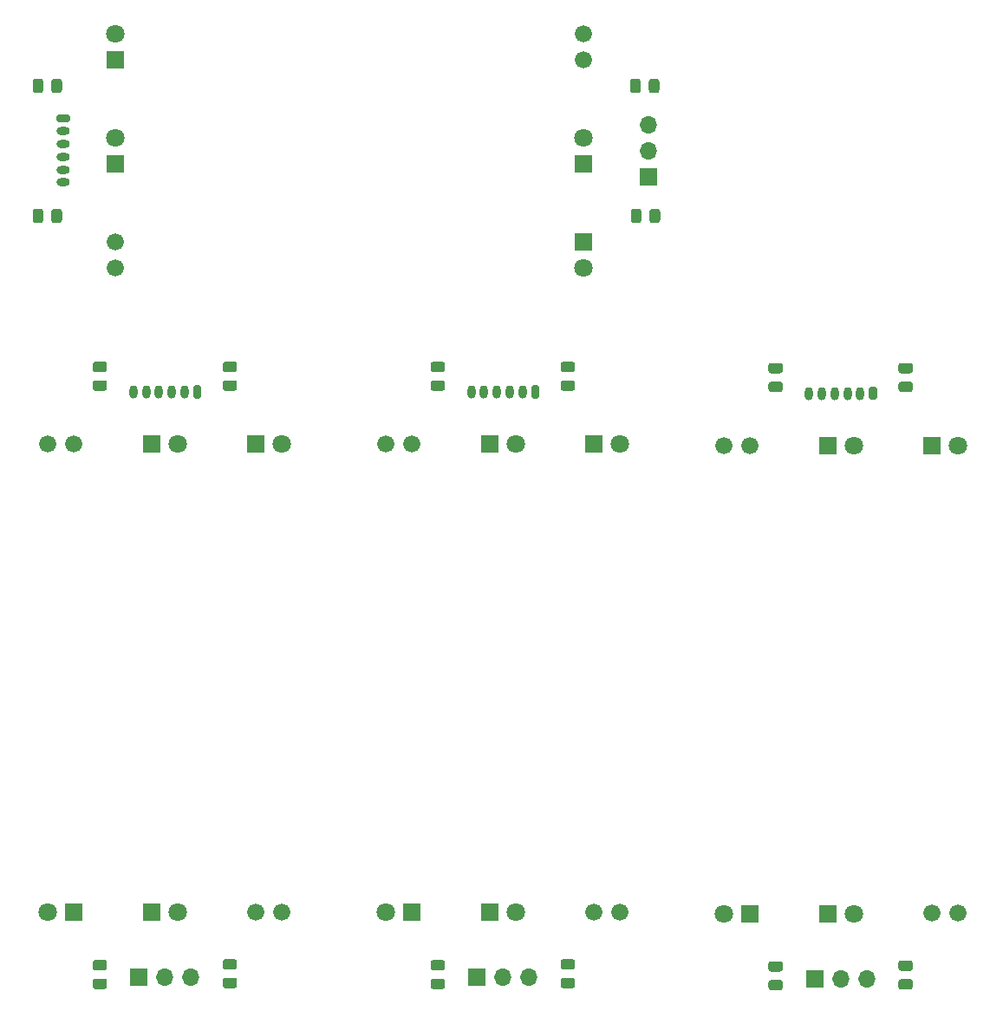
<source format=gts>
%MOIN*%
%OFA0B0*%
%FSLAX46Y46*%
%IPPOS*%
%LPD*%
%ADD10O,0.031496062992125991X0.051181102362204731*%
%ADD11R,0.066929133858267723X0.066929133858267723*%
%ADD12O,0.066929133858267723X0.066929133858267723*%
%ADD13C,0.066*%
%ADD14R,0.070866141732283464X0.070866141732283464*%
%ADD15C,0.070866141732283464*%
%ADD26O,0.051181102362204731X0.031496062992125991*%
%ADD27R,0.066929133858267723X0.066929133858267723*%
%ADD28O,0.066929133858267723X0.066929133858267723*%
%ADD29C,0.066*%
%ADD30R,0.070866141732283464X0.070866141732283464*%
%ADD31C,0.070866141732283464*%
%ADD32O,0.031496062992125991X0.051181102362204731*%
%ADD33R,0.066929133858267723X0.066929133858267723*%
%ADD34O,0.066929133858267723X0.066929133858267723*%
%ADD35C,0.066*%
%ADD36R,0.070866141732283464X0.070866141732283464*%
%ADD37C,0.070866141732283464*%
%ADD38O,0.031496062992125991X0.051181102362204731*%
%ADD39R,0.066929133858267723X0.066929133858267723*%
%ADD40O,0.066929133858267723X0.066929133858267723*%
%ADD41C,0.066*%
%ADD42R,0.070866141732283464X0.070866141732283464*%
%ADD43C,0.070866141732283464*%
G01*
G36*
G01*
X0000867716Y0000129822D02*
X0000832283Y0000129822D01*
G75*
G02*
X0000822440Y0000139665J0000009842D01*
G01*
X0000822440Y0000160334D01*
G75*
G02*
X0000832283Y0000170177I0000009842D01*
G01*
X0000867716Y0000170177D01*
G75*
G02*
X0000877559Y0000160334J-0000009842D01*
G01*
X0000877559Y0000139665D01*
G75*
G02*
X0000867716Y0000129822I-0000009842D01*
G01*
G37*
G36*
G01*
X0000867716Y0000057972D02*
X0000832283Y0000057972D01*
G75*
G02*
X0000822440Y0000067814J0000009842D01*
G01*
X0000822440Y0000088484D01*
G75*
G02*
X0000832283Y0000098326I0000009842D01*
G01*
X0000867716Y0000098326D01*
G75*
G02*
X0000877559Y0000088484J-0000009842D01*
G01*
X0000877559Y0000067814D01*
G75*
G02*
X0000867716Y0000057972I-0000009842D01*
G01*
G37*
G36*
G01*
X0000740748Y0002367716D02*
X0000740748Y0002332283D01*
G75*
G02*
X0000732874Y0002324409I-0000007874D01*
G01*
X0000717125Y0002324409D01*
G75*
G02*
X0000709251Y0002332283J0000007874D01*
G01*
X0000709251Y0002367716D01*
G75*
G02*
X0000717125Y0002375590I0000007874D01*
G01*
X0000732874Y0002375590D01*
G75*
G02*
X0000740748Y0002367716J-0000007874D01*
G01*
G37*
D10*
X0000675787Y0002350000D03*
X0000626574Y0002350000D03*
X0000577362Y0002350000D03*
X0000528149Y0002350000D03*
X0000478937Y0002350000D03*
D11*
X0000500000Y0000099999D03*
D12*
X0000600000Y0000099999D03*
X0000700000Y0000099999D03*
D13*
X0001049999Y0000350787D03*
X0000950000Y0000350787D03*
X0000150000Y0002149999D03*
X0000250000Y0002149999D03*
D14*
X0000950000Y0002149999D03*
D15*
X0001049999Y0002149999D03*
D14*
X0000250000Y0000349999D03*
D15*
X0000150000Y0000349999D03*
D14*
X0000549999Y0002149999D03*
D15*
X0000650000Y0002149999D03*
D14*
X0000549999Y0000349999D03*
D15*
X0000650000Y0000349999D03*
G36*
G01*
X0000867716Y0002354822D02*
X0000832283Y0002354822D01*
G75*
G02*
X0000822440Y0002364665J0000009842D01*
G01*
X0000822440Y0002385334D01*
G75*
G02*
X0000832283Y0002395177I0000009842D01*
G01*
X0000867716Y0002395177D01*
G75*
G02*
X0000877559Y0002385334J-0000009842D01*
G01*
X0000877559Y0002364665D01*
G75*
G02*
X0000867716Y0002354822I-0000009842D01*
G01*
G37*
G36*
G01*
X0000867716Y0002426673D02*
X0000832283Y0002426673D01*
G75*
G02*
X0000822440Y0002436515J0000009842D01*
G01*
X0000822440Y0002457185D01*
G75*
G02*
X0000832283Y0002467027I0000009842D01*
G01*
X0000867716Y0002467027D01*
G75*
G02*
X0000877559Y0002457185J-0000009842D01*
G01*
X0000877559Y0002436515D01*
G75*
G02*
X0000867716Y0002426673I-0000009842D01*
G01*
G37*
G36*
G01*
X0000332283Y0000095177D02*
X0000367716Y0000095177D01*
G75*
G02*
X0000377559Y0000085334J-0000009842D01*
G01*
X0000377559Y0000064665D01*
G75*
G02*
X0000367716Y0000054822I-0000009842D01*
G01*
X0000332283Y0000054822D01*
G75*
G02*
X0000322440Y0000064665J0000009842D01*
G01*
X0000322440Y0000085334D01*
G75*
G02*
X0000332283Y0000095177I0000009842D01*
G01*
G37*
G36*
G01*
X0000332283Y0000167027D02*
X0000367716Y0000167027D01*
G75*
G02*
X0000377559Y0000157185J-0000009842D01*
G01*
X0000377559Y0000136515D01*
G75*
G02*
X0000367716Y0000126673I-0000009842D01*
G01*
X0000332283Y0000126673D01*
G75*
G02*
X0000322440Y0000136515J0000009842D01*
G01*
X0000322440Y0000157185D01*
G75*
G02*
X0000332283Y0000167027I0000009842D01*
G01*
G37*
G36*
G01*
X0000367716Y0002354822D02*
X0000332283Y0002354822D01*
G75*
G02*
X0000322440Y0002364665J0000009842D01*
G01*
X0000322440Y0002385334D01*
G75*
G02*
X0000332283Y0002395177I0000009842D01*
G01*
X0000367716Y0002395177D01*
G75*
G02*
X0000377559Y0002385334J-0000009842D01*
G01*
X0000377559Y0002364665D01*
G75*
G02*
X0000367716Y0002354822I-0000009842D01*
G01*
G37*
G36*
G01*
X0000367716Y0002426673D02*
X0000332283Y0002426673D01*
G75*
G02*
X0000322440Y0002436515J0000009842D01*
G01*
X0000322440Y0002457185D01*
G75*
G02*
X0000332283Y0002467027I0000009842D01*
G01*
X0000367716Y0002467027D01*
G75*
G02*
X0000377559Y0002457185J-0000009842D01*
G01*
X0000377559Y0002436515D01*
G75*
G02*
X0000367716Y0002426673I-0000009842D01*
G01*
G37*
G04 next file*
G04 Gerber Fmt 4.6, Leading zero omitted, Abs format (unit mm)*
G04 Created by KiCad (PCBNEW (5.1.10)-1) date 2021-09-22 20:24:30*
G01*
G04 APERTURE LIST*
G04 APERTURE END LIST*
G36*
G01*
X0002429232Y0003544881D02*
X0002429232Y0003509448D01*
G75*
G02*
X0002419389Y0003499606I-0000009842D01*
G01*
X0002398720Y0003499606D01*
G75*
G02*
X0002388878Y0003509448J0000009842D01*
G01*
X0002388878Y0003544881D01*
G75*
G02*
X0002398720Y0003554724I0000009842D01*
G01*
X0002419389Y0003554724D01*
G75*
G02*
X0002429232Y0003544881J-0000009842D01*
G01*
G37*
G36*
G01*
X0002501082Y0003544881D02*
X0002501082Y0003509448D01*
G75*
G02*
X0002491240Y0003499606I-0000009842D01*
G01*
X0002470570Y0003499606D01*
G75*
G02*
X0002460728Y0003509448J0000009842D01*
G01*
X0002460728Y0003544881D01*
G75*
G02*
X0002470570Y0003554724I0000009842D01*
G01*
X0002491240Y0003554724D01*
G75*
G02*
X0002501082Y0003544881J-0000009842D01*
G01*
G37*
G36*
G01*
X0000191338Y0003417913D02*
X0000226771Y0003417913D01*
G75*
G02*
X0000234645Y0003410039J-0000007874D01*
G01*
X0000234645Y0003394291D01*
G75*
G02*
X0000226771Y0003386417I-0000007874D01*
G01*
X0000191338Y0003386417D01*
G75*
G02*
X0000183464Y0003394291J0000007874D01*
G01*
X0000183464Y0003410039D01*
G75*
G02*
X0000191338Y0003417913I0000007874D01*
G01*
G37*
D26*
X0000209055Y0003352952D03*
X0000209055Y0003303740D03*
X0000209055Y0003254527D03*
X0000209055Y0003205314D03*
X0000209055Y0003156102D03*
D27*
X0002459055Y0003177165D03*
D28*
X0002459055Y0003277165D03*
X0002459055Y0003377165D03*
D29*
X0002208267Y0003727165D03*
X0002208267Y0003627165D03*
X0000409055Y0002827165D03*
X0000409055Y0002927165D03*
D30*
X0000409055Y0003627165D03*
D31*
X0000409055Y0003727165D03*
D30*
X0002209055Y0002927165D03*
D31*
X0002209055Y0002827165D03*
D30*
X0000409055Y0003227165D03*
D31*
X0000409055Y0003327165D03*
D30*
X0002209055Y0003227165D03*
D31*
X0002209055Y0003327165D03*
G36*
G01*
X0000204232Y0003544881D02*
X0000204232Y0003509448D01*
G75*
G02*
X0000194389Y0003499606I-0000009842D01*
G01*
X0000173720Y0003499606D01*
G75*
G02*
X0000163878Y0003509448J0000009842D01*
G01*
X0000163878Y0003544881D01*
G75*
G02*
X0000173720Y0003554724I0000009842D01*
G01*
X0000194389Y0003554724D01*
G75*
G02*
X0000204232Y0003544881J-0000009842D01*
G01*
G37*
G36*
G01*
X0000132381Y0003544881D02*
X0000132381Y0003509448D01*
G75*
G02*
X0000122539Y0003499606I-0000009842D01*
G01*
X0000101870Y0003499606D01*
G75*
G02*
X0000092027Y0003509448J0000009842D01*
G01*
X0000092027Y0003544881D01*
G75*
G02*
X0000101870Y0003554724I0000009842D01*
G01*
X0000122539Y0003554724D01*
G75*
G02*
X0000132381Y0003544881J-0000009842D01*
G01*
G37*
G36*
G01*
X0002463878Y0003009448D02*
X0002463878Y0003044881D01*
G75*
G02*
X0002473720Y0003054724I0000009842D01*
G01*
X0002494389Y0003054724D01*
G75*
G02*
X0002504232Y0003044881J-0000009842D01*
G01*
X0002504232Y0003009448D01*
G75*
G02*
X0002494389Y0002999606I-0000009842D01*
G01*
X0002473720Y0002999606D01*
G75*
G02*
X0002463878Y0003009448J0000009842D01*
G01*
G37*
G36*
G01*
X0002392027Y0003009448D02*
X0002392027Y0003044881D01*
G75*
G02*
X0002401870Y0003054724I0000009842D01*
G01*
X0002422539Y0003054724D01*
G75*
G02*
X0002432381Y0003044881J-0000009842D01*
G01*
X0002432381Y0003009448D01*
G75*
G02*
X0002422539Y0002999606I-0000009842D01*
G01*
X0002401870Y0002999606D01*
G75*
G02*
X0002392027Y0003009448J0000009842D01*
G01*
G37*
G36*
G01*
X0000204232Y0003044881D02*
X0000204232Y0003009448D01*
G75*
G02*
X0000194389Y0002999606I-0000009842D01*
G01*
X0000173720Y0002999606D01*
G75*
G02*
X0000163878Y0003009448J0000009842D01*
G01*
X0000163878Y0003044881D01*
G75*
G02*
X0000173720Y0003054724I0000009842D01*
G01*
X0000194389Y0003054724D01*
G75*
G02*
X0000204232Y0003044881J-0000009842D01*
G01*
G37*
G36*
G01*
X0000132381Y0003044881D02*
X0000132381Y0003009448D01*
G75*
G02*
X0000122539Y0002999606I-0000009842D01*
G01*
X0000101870Y0002999606D01*
G75*
G02*
X0000092027Y0003009448J0000009842D01*
G01*
X0000092027Y0003044881D01*
G75*
G02*
X0000101870Y0003054724I0000009842D01*
G01*
X0000122539Y0003054724D01*
G75*
G02*
X0000132381Y0003044881J-0000009842D01*
G01*
G37*
G04 next file*
G04 Gerber Fmt 4.6, Leading zero omitted, Abs format (unit mm)*
G04 Created by KiCad (PCBNEW (5.1.10)-1) date 2021-09-22 20:24:30*
G01*
G04 APERTURE LIST*
G04 APERTURE END LIST*
G36*
G01*
X0003465905Y0000124744D02*
X0003430472Y0000124744D01*
G75*
G02*
X0003420629Y0000134586J0000009842D01*
G01*
X0003420629Y0000155255D01*
G75*
G02*
X0003430472Y0000165098I0000009842D01*
G01*
X0003465905Y0000165098D01*
G75*
G02*
X0003475748Y0000155255J-0000009842D01*
G01*
X0003475748Y0000134586D01*
G75*
G02*
X0003465905Y0000124744I-0000009842D01*
G01*
G37*
G36*
G01*
X0003465905Y0000052893D02*
X0003430472Y0000052893D01*
G75*
G02*
X0003420629Y0000062736J0000009842D01*
G01*
X0003420629Y0000083405D01*
G75*
G02*
X0003430472Y0000093248I0000009842D01*
G01*
X0003465905Y0000093248D01*
G75*
G02*
X0003475748Y0000083405J-0000009842D01*
G01*
X0003475748Y0000062736D01*
G75*
G02*
X0003465905Y0000052893I-0000009842D01*
G01*
G37*
G36*
G01*
X0003338937Y0002362637D02*
X0003338937Y0002327204D01*
G75*
G02*
X0003331062Y0002319330I-0000007874D01*
G01*
X0003315314Y0002319330D01*
G75*
G02*
X0003307440Y0002327204J0000007874D01*
G01*
X0003307440Y0002362637D01*
G75*
G02*
X0003315314Y0002370511I0000007874D01*
G01*
X0003331062Y0002370511D01*
G75*
G02*
X0003338937Y0002362637J-0000007874D01*
G01*
G37*
D32*
X0003273976Y0002344921D03*
X0003224763Y0002344921D03*
X0003175551Y0002344921D03*
X0003126338Y0002344921D03*
X0003077125Y0002344921D03*
D33*
X0003098188Y0000094921D03*
D34*
X0003198188Y0000094921D03*
X0003298188Y0000094921D03*
D35*
X0003648188Y0000345708D03*
X0003548188Y0000345708D03*
X0002748188Y0002144921D03*
X0002848188Y0002144921D03*
D36*
X0003548188Y0002144921D03*
D37*
X0003648188Y0002144921D03*
D36*
X0002848188Y0000344921D03*
D37*
X0002748188Y0000344921D03*
D36*
X0003148188Y0002144921D03*
D37*
X0003248188Y0002144921D03*
D36*
X0003148188Y0000344921D03*
D37*
X0003248188Y0000344921D03*
G36*
G01*
X0003465905Y0002349744D02*
X0003430472Y0002349744D01*
G75*
G02*
X0003420629Y0002359586J0000009842D01*
G01*
X0003420629Y0002380255D01*
G75*
G02*
X0003430472Y0002390098I0000009842D01*
G01*
X0003465905Y0002390098D01*
G75*
G02*
X0003475748Y0002380255J-0000009842D01*
G01*
X0003475748Y0002359586D01*
G75*
G02*
X0003465905Y0002349744I-0000009842D01*
G01*
G37*
G36*
G01*
X0003465905Y0002421594D02*
X0003430472Y0002421594D01*
G75*
G02*
X0003420629Y0002431436J0000009842D01*
G01*
X0003420629Y0002452106D01*
G75*
G02*
X0003430472Y0002461948I0000009842D01*
G01*
X0003465905Y0002461948D01*
G75*
G02*
X0003475748Y0002452106J-0000009842D01*
G01*
X0003475748Y0002431436D01*
G75*
G02*
X0003465905Y0002421594I-0000009842D01*
G01*
G37*
G36*
G01*
X0002930472Y0000090098D02*
X0002965905Y0000090098D01*
G75*
G02*
X0002975748Y0000080255J-0000009842D01*
G01*
X0002975748Y0000059586D01*
G75*
G02*
X0002965905Y0000049744I-0000009842D01*
G01*
X0002930472Y0000049744D01*
G75*
G02*
X0002920629Y0000059586J0000009842D01*
G01*
X0002920629Y0000080255D01*
G75*
G02*
X0002930472Y0000090098I0000009842D01*
G01*
G37*
G36*
G01*
X0002930472Y0000161948D02*
X0002965905Y0000161948D01*
G75*
G02*
X0002975748Y0000152106J-0000009842D01*
G01*
X0002975748Y0000131436D01*
G75*
G02*
X0002965905Y0000121594I-0000009842D01*
G01*
X0002930472Y0000121594D01*
G75*
G02*
X0002920629Y0000131436J0000009842D01*
G01*
X0002920629Y0000152106D01*
G75*
G02*
X0002930472Y0000161948I0000009842D01*
G01*
G37*
G36*
G01*
X0002965905Y0002349744D02*
X0002930472Y0002349744D01*
G75*
G02*
X0002920629Y0002359586J0000009842D01*
G01*
X0002920629Y0002380255D01*
G75*
G02*
X0002930472Y0002390098I0000009842D01*
G01*
X0002965905Y0002390098D01*
G75*
G02*
X0002975748Y0002380255J-0000009842D01*
G01*
X0002975748Y0002359586D01*
G75*
G02*
X0002965905Y0002349744I-0000009842D01*
G01*
G37*
G36*
G01*
X0002965905Y0002421594D02*
X0002930472Y0002421594D01*
G75*
G02*
X0002920629Y0002431436J0000009842D01*
G01*
X0002920629Y0002452106D01*
G75*
G02*
X0002930472Y0002461948I0000009842D01*
G01*
X0002965905Y0002461948D01*
G75*
G02*
X0002975748Y0002452106J-0000009842D01*
G01*
X0002975748Y0002431436D01*
G75*
G02*
X0002965905Y0002421594I-0000009842D01*
G01*
G37*
G04 next file*
G04 Gerber Fmt 4.6, Leading zero omitted, Abs format (unit mm)*
G04 Created by KiCad (PCBNEW (5.1.10)-1) date 2021-09-22 20:24:30*
G01*
G04 APERTURE LIST*
G04 APERTURE END LIST*
G36*
G01*
X0002166929Y0000129822D02*
X0002131496Y0000129822D01*
G75*
G02*
X0002121653Y0000139665J0000009842D01*
G01*
X0002121653Y0000160334D01*
G75*
G02*
X0002131496Y0000170177I0000009842D01*
G01*
X0002166929Y0000170177D01*
G75*
G02*
X0002176771Y0000160334J-0000009842D01*
G01*
X0002176771Y0000139665D01*
G75*
G02*
X0002166929Y0000129822I-0000009842D01*
G01*
G37*
G36*
G01*
X0002166929Y0000057972D02*
X0002131496Y0000057972D01*
G75*
G02*
X0002121653Y0000067814J0000009842D01*
G01*
X0002121653Y0000088484D01*
G75*
G02*
X0002131496Y0000098326I0000009842D01*
G01*
X0002166929Y0000098326D01*
G75*
G02*
X0002176771Y0000088484J-0000009842D01*
G01*
X0002176771Y0000067814D01*
G75*
G02*
X0002166929Y0000057972I-0000009842D01*
G01*
G37*
G36*
G01*
X0002039960Y0002367716D02*
X0002039960Y0002332283D01*
G75*
G02*
X0002032086Y0002324409I-0000007874D01*
G01*
X0002016338Y0002324409D01*
G75*
G02*
X0002008464Y0002332283J0000007874D01*
G01*
X0002008464Y0002367716D01*
G75*
G02*
X0002016338Y0002375590I0000007874D01*
G01*
X0002032086Y0002375590D01*
G75*
G02*
X0002039960Y0002367716J-0000007874D01*
G01*
G37*
D38*
X0001975000Y0002350000D03*
X0001925787Y0002350000D03*
X0001876574Y0002350000D03*
X0001827362Y0002350000D03*
X0001778149Y0002350000D03*
D39*
X0001799212Y0000099999D03*
D40*
X0001899212Y0000099999D03*
X0001999212Y0000099999D03*
D41*
X0002349212Y0000350787D03*
X0002249212Y0000350787D03*
X0001449212Y0002149999D03*
X0001549212Y0002149999D03*
D42*
X0002249212Y0002149999D03*
D43*
X0002349212Y0002149999D03*
D42*
X0001549212Y0000349999D03*
D43*
X0001449212Y0000349999D03*
D42*
X0001849212Y0002149999D03*
D43*
X0001949212Y0002149999D03*
D42*
X0001849212Y0000349999D03*
D43*
X0001949212Y0000349999D03*
G36*
G01*
X0002166929Y0002354822D02*
X0002131496Y0002354822D01*
G75*
G02*
X0002121653Y0002364665J0000009842D01*
G01*
X0002121653Y0002385334D01*
G75*
G02*
X0002131496Y0002395177I0000009842D01*
G01*
X0002166929Y0002395177D01*
G75*
G02*
X0002176771Y0002385334J-0000009842D01*
G01*
X0002176771Y0002364665D01*
G75*
G02*
X0002166929Y0002354822I-0000009842D01*
G01*
G37*
G36*
G01*
X0002166929Y0002426673D02*
X0002131496Y0002426673D01*
G75*
G02*
X0002121653Y0002436515J0000009842D01*
G01*
X0002121653Y0002457185D01*
G75*
G02*
X0002131496Y0002467027I0000009842D01*
G01*
X0002166929Y0002467027D01*
G75*
G02*
X0002176771Y0002457185J-0000009842D01*
G01*
X0002176771Y0002436515D01*
G75*
G02*
X0002166929Y0002426673I-0000009842D01*
G01*
G37*
G36*
G01*
X0001631496Y0000095177D02*
X0001666929Y0000095177D01*
G75*
G02*
X0001676771Y0000085334J-0000009842D01*
G01*
X0001676771Y0000064665D01*
G75*
G02*
X0001666929Y0000054822I-0000009842D01*
G01*
X0001631496Y0000054822D01*
G75*
G02*
X0001621653Y0000064665J0000009842D01*
G01*
X0001621653Y0000085334D01*
G75*
G02*
X0001631496Y0000095177I0000009842D01*
G01*
G37*
G36*
G01*
X0001631496Y0000167027D02*
X0001666929Y0000167027D01*
G75*
G02*
X0001676771Y0000157185J-0000009842D01*
G01*
X0001676771Y0000136515D01*
G75*
G02*
X0001666929Y0000126673I-0000009842D01*
G01*
X0001631496Y0000126673D01*
G75*
G02*
X0001621653Y0000136515J0000009842D01*
G01*
X0001621653Y0000157185D01*
G75*
G02*
X0001631496Y0000167027I0000009842D01*
G01*
G37*
G36*
G01*
X0001666929Y0002354822D02*
X0001631496Y0002354822D01*
G75*
G02*
X0001621653Y0002364665J0000009842D01*
G01*
X0001621653Y0002385334D01*
G75*
G02*
X0001631496Y0002395177I0000009842D01*
G01*
X0001666929Y0002395177D01*
G75*
G02*
X0001676771Y0002385334J-0000009842D01*
G01*
X0001676771Y0002364665D01*
G75*
G02*
X0001666929Y0002354822I-0000009842D01*
G01*
G37*
G36*
G01*
X0001666929Y0002426673D02*
X0001631496Y0002426673D01*
G75*
G02*
X0001621653Y0002436515J0000009842D01*
G01*
X0001621653Y0002457185D01*
G75*
G02*
X0001631496Y0002467027I0000009842D01*
G01*
X0001666929Y0002467027D01*
G75*
G02*
X0001676771Y0002457185J-0000009842D01*
G01*
X0001676771Y0002436515D01*
G75*
G02*
X0001666929Y0002426673I-0000009842D01*
G01*
G37*
M02*
</source>
